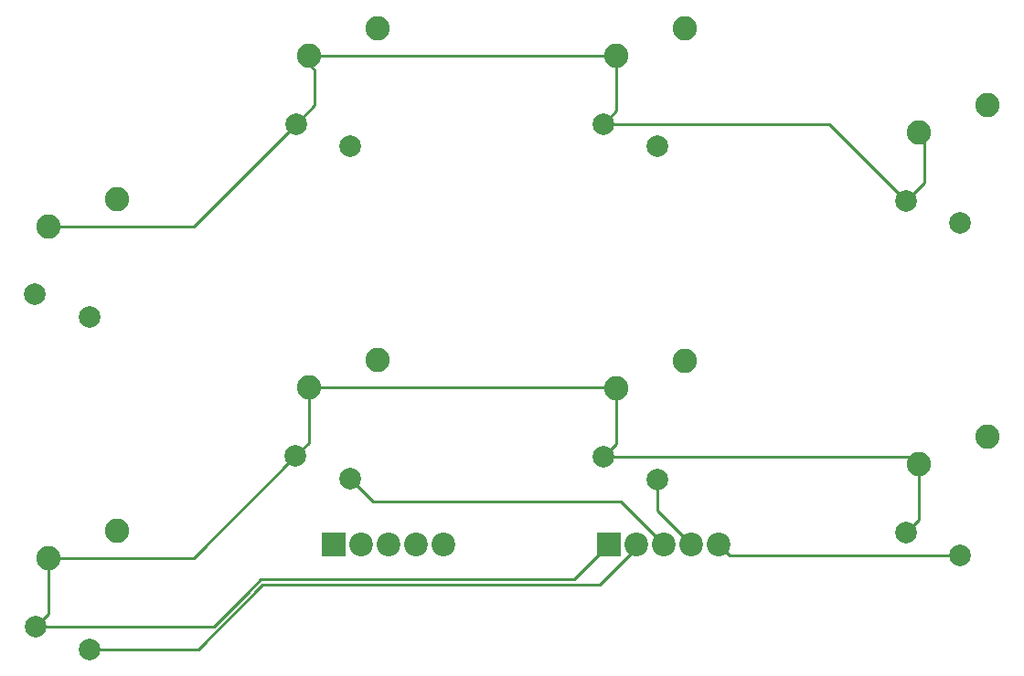
<source format=gtl>
G04 #@! TF.GenerationSoftware,KiCad,Pcbnew,6.0.2+dfsg-1*
G04 #@! TF.CreationDate,2022-07-22T15:02:52-04:00*
G04 #@! TF.ProjectId,buttonplate,62757474-6f6e-4706-9c61-74652e6b6963,rev?*
G04 #@! TF.SameCoordinates,Original*
G04 #@! TF.FileFunction,Copper,L1,Top*
G04 #@! TF.FilePolarity,Positive*
%FSLAX46Y46*%
G04 Gerber Fmt 4.6, Leading zero omitted, Abs format (unit mm)*
G04 Created by KiCad (PCBNEW 6.0.2+dfsg-1) date 2022-07-22 15:02:52*
%MOMM*%
%LPD*%
G01*
G04 APERTURE LIST*
G04 #@! TA.AperFunction,ComponentPad*
%ADD10R,2.200000X2.200000*%
G04 #@! TD*
G04 #@! TA.AperFunction,ComponentPad*
%ADD11C,2.200000*%
G04 #@! TD*
G04 #@! TA.AperFunction,ComponentPad*
%ADD12C,2.000000*%
G04 #@! TD*
G04 #@! TA.AperFunction,ComponentPad*
%ADD13C,2.250000*%
G04 #@! TD*
G04 #@! TA.AperFunction,Conductor*
%ADD14C,0.250000*%
G04 #@! TD*
G04 APERTURE END LIST*
D10*
G04 #@! TO.P,PT1,1,Pin_1*
G04 #@! TO.N,Net-(P1-Pad2)*
X62484000Y-161163000D03*
D11*
G04 #@! TO.P,PT1,2,Pin_2*
G04 #@! TO.N,Net-(P4-Pad1)*
X65024000Y-161163000D03*
G04 #@! TO.P,PT1,3,Pin_3*
G04 #@! TO.N,Net-(P3-Pad1)*
X67564000Y-161163000D03*
G04 #@! TO.P,PT1,4,Pin_4*
G04 #@! TO.N,Net-(P2-Pad1)*
X70104000Y-161163000D03*
G04 #@! TO.P,PT1,5,Pin_5*
G04 #@! TO.N,Net-(P1-Pad1)*
X72644000Y-161163000D03*
G04 #@! TD*
D12*
G04 #@! TO.P,K4,1,COL*
G04 #@! TO.N,Net-(K4-Pad1)*
X39878000Y-170847600D03*
D13*
X42418000Y-159867600D03*
G04 #@! TO.P,K4,2,ROW*
G04 #@! TO.N,Net-(K1-Pad2)*
X36068000Y-162407600D03*
D12*
X34878000Y-168747600D03*
G04 #@! TD*
G04 #@! TO.P,P3,1,COL*
G04 #@! TO.N,Net-(P3-Pad1)*
X64008000Y-124264000D03*
D13*
X66548000Y-113284000D03*
G04 #@! TO.P,P3,2,ROW*
G04 #@! TO.N,Net-(P1-Pad2)*
X60198000Y-115824000D03*
D12*
X59008000Y-122164000D03*
G04 #@! TD*
G04 #@! TO.P,K1,1,COL*
G04 #@! TO.N,Net-(K1-Pad1)*
X120497600Y-162160800D03*
D13*
X123037600Y-151180800D03*
G04 #@! TO.P,K1,2,ROW*
G04 #@! TO.N,Net-(K1-Pad2)*
X116687600Y-153720800D03*
D12*
X115497600Y-160060800D03*
G04 #@! TD*
G04 #@! TO.P,K3,1,COL*
G04 #@! TO.N,Net-(K3-Pad1)*
X63982600Y-155048800D03*
D13*
X66522600Y-144068800D03*
G04 #@! TO.P,K3,2,ROW*
G04 #@! TO.N,Net-(K1-Pad2)*
X60172600Y-146608800D03*
D12*
X58982600Y-152948800D03*
G04 #@! TD*
G04 #@! TO.P,P1,1,COL*
G04 #@! TO.N,Net-(P1-Pad1)*
X120523000Y-131376000D03*
D13*
X123063000Y-120396000D03*
G04 #@! TO.P,P1,2,ROW*
G04 #@! TO.N,Net-(P1-Pad2)*
X116713000Y-122936000D03*
D12*
X115523000Y-129276000D03*
G04 #@! TD*
G04 #@! TO.P,K2,1,COL*
G04 #@! TO.N,Net-(K2-Pad1)*
X92456000Y-155125000D03*
D13*
X94996000Y-144145000D03*
G04 #@! TO.P,K2,2,ROW*
G04 #@! TO.N,Net-(K1-Pad2)*
X88646000Y-146685000D03*
D12*
X87456000Y-153025000D03*
G04 #@! TD*
D10*
G04 #@! TO.P,KT1,1,Pin_1*
G04 #@! TO.N,Net-(K1-Pad2)*
X88011000Y-161163000D03*
D11*
G04 #@! TO.P,KT1,2,Pin_2*
G04 #@! TO.N,Net-(K4-Pad1)*
X90551000Y-161163000D03*
G04 #@! TO.P,KT1,3,Pin_3*
G04 #@! TO.N,Net-(K3-Pad1)*
X93091000Y-161163000D03*
G04 #@! TO.P,KT1,4,Pin_4*
G04 #@! TO.N,Net-(K2-Pad1)*
X95631000Y-161163000D03*
G04 #@! TO.P,KT1,5,Pin_5*
G04 #@! TO.N,Net-(K1-Pad1)*
X98171000Y-161163000D03*
G04 #@! TD*
D12*
G04 #@! TO.P,P2,1,COL*
G04 #@! TO.N,Net-(P2-Pad1)*
X92456000Y-124264000D03*
D13*
X94996000Y-113284000D03*
G04 #@! TO.P,P2,2,ROW*
G04 #@! TO.N,Net-(P1-Pad2)*
X88646000Y-115824000D03*
D12*
X87456000Y-122164000D03*
G04 #@! TD*
G04 #@! TO.P,P4,1,COL*
G04 #@! TO.N,Net-(P4-Pad1)*
X39852600Y-140088200D03*
D13*
X42392600Y-129108200D03*
G04 #@! TO.P,P4,2,ROW*
G04 #@! TO.N,Net-(P1-Pad2)*
X36042600Y-131648200D03*
D12*
X34852600Y-137988200D03*
G04 #@! TD*
D14*
G04 #@! TO.N,Net-(K1-Pad1)*
X98171000Y-161163000D02*
X99168800Y-162160800D01*
X99168800Y-162160800D02*
X120497600Y-162160800D01*
G04 #@! TO.N,Net-(K2-Pad1)*
X92456000Y-155125000D02*
X92456000Y-157988000D01*
X92456000Y-157988000D02*
X95631000Y-161163000D01*
G04 #@! TO.N,Net-(K3-Pad1)*
X93091000Y-161163000D02*
X89103200Y-157175200D01*
X66109000Y-157175200D02*
X63982600Y-155048800D01*
X89103200Y-157175200D02*
X66109000Y-157175200D01*
G04 #@! TO.N,Net-(K1-Pad2)*
X55744602Y-164396480D02*
X54546141Y-165594941D01*
X34878000Y-168747600D02*
X51393482Y-168747600D01*
X51393482Y-168747600D02*
X54546141Y-165594941D01*
X88011000Y-161163000D02*
X84777520Y-164396480D01*
X84777520Y-164396480D02*
X55744602Y-164396480D01*
G04 #@! TO.N,Net-(K4-Pad1)*
X90551000Y-161163000D02*
X90551000Y-161472022D01*
X90551000Y-161472022D02*
X87177022Y-164846000D01*
X87177022Y-164846000D02*
X55930800Y-164846000D01*
X55930800Y-164846000D02*
X49929200Y-170847600D01*
X49929200Y-170847600D02*
X39878000Y-170847600D01*
G04 #@! TO.N,Net-(K1-Pad2)*
X87456000Y-153025000D02*
X115991800Y-153025000D01*
X115991800Y-153025000D02*
X116687600Y-153720800D01*
X115497600Y-160060800D02*
X116687600Y-158870800D01*
X116687600Y-158870800D02*
X116687600Y-153720800D01*
X88646000Y-146685000D02*
X88646000Y-151835000D01*
X88646000Y-151835000D02*
X87456000Y-153025000D01*
X60172600Y-146608800D02*
X88569800Y-146608800D01*
X88569800Y-146608800D02*
X88646000Y-146685000D01*
X58982600Y-152948800D02*
X60172600Y-151758800D01*
X60172600Y-151758800D02*
X60172600Y-146608800D01*
X36068000Y-162407600D02*
X49523800Y-162407600D01*
X49523800Y-162407600D02*
X58982600Y-152948800D01*
X34878000Y-168747600D02*
X36068000Y-167557600D01*
X36068000Y-167557600D02*
X36068000Y-162407600D01*
G04 #@! TO.N,Net-(P1-Pad2)*
X88646000Y-115824000D02*
X88646000Y-120974000D01*
X88646000Y-120974000D02*
X87456000Y-122164000D01*
X60198000Y-115824000D02*
X88646000Y-115824000D01*
X87456000Y-122164000D02*
X108411000Y-122164000D01*
X108411000Y-122164000D02*
X115523000Y-129276000D01*
X115523000Y-129276000D02*
X117195600Y-127603400D01*
X117195600Y-127603400D02*
X117195600Y-123418600D01*
X117195600Y-123418600D02*
X116713000Y-122936000D01*
X59008000Y-122164000D02*
X60756800Y-120415200D01*
X60756800Y-120415200D02*
X60756800Y-117195600D01*
X60756800Y-117195600D02*
X60198000Y-116636800D01*
X60198000Y-116636800D02*
X60198000Y-115824000D01*
X36042600Y-131648200D02*
X49523800Y-131648200D01*
X49523800Y-131648200D02*
X59008000Y-122164000D01*
G04 #@! TD*
M02*

</source>
